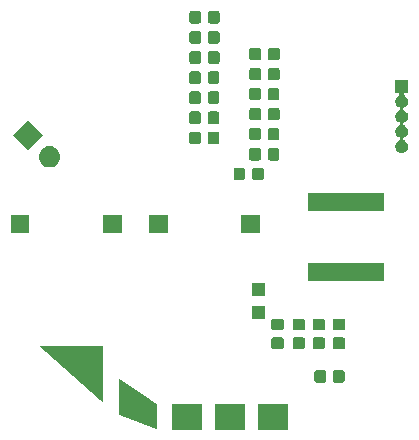
<source format=gbr>
G04 #@! TF.GenerationSoftware,KiCad,Pcbnew,5.1.4-1.fc30*
G04 #@! TF.CreationDate,2020-10-18T16:52:28+02:00*
G04 #@! TF.ProjectId,synchro2,73796e63-6872-46f3-922e-6b696361645f,rev?*
G04 #@! TF.SameCoordinates,Original*
G04 #@! TF.FileFunction,Soldermask,Top*
G04 #@! TF.FilePolarity,Negative*
%FSLAX46Y46*%
G04 Gerber Fmt 4.6, Leading zero omitted, Abs format (unit mm)*
G04 Created by KiCad (PCBNEW 5.1.4-1.fc30) date 2020-10-18 16:52:28*
%MOMM*%
%LPD*%
G04 APERTURE LIST*
%ADD10C,0.100000*%
G04 APERTURE END LIST*
D10*
G36*
X226100000Y-133650000D02*
G01*
X223650000Y-133650000D01*
X223650000Y-131500000D01*
X226100000Y-131500000D01*
X226100000Y-133650000D01*
G37*
X226100000Y-133650000D02*
X223650000Y-133650000D01*
X223650000Y-131500000D01*
X226100000Y-131500000D01*
X226100000Y-133650000D01*
G36*
X222450000Y-133650000D02*
G01*
X220000000Y-133650000D01*
X220000000Y-131500000D01*
X222450000Y-131500000D01*
X222450000Y-133650000D01*
G37*
X222450000Y-133650000D02*
X220000000Y-133650000D01*
X220000000Y-131500000D01*
X222450000Y-131500000D01*
X222450000Y-133650000D01*
G36*
X218800000Y-133650000D02*
G01*
X216350000Y-133650000D01*
X216350000Y-131500000D01*
X218800000Y-131500000D01*
X218800000Y-133650000D01*
G37*
X218800000Y-133650000D02*
X216350000Y-133650000D01*
X216350000Y-131500000D01*
X218800000Y-131500000D01*
X218800000Y-133650000D01*
G36*
X215050000Y-131550000D02*
G01*
X215050000Y-133550000D01*
X211850000Y-132400000D01*
X211850000Y-129400000D01*
X215050000Y-131550000D01*
G37*
X215050000Y-131550000D02*
X215050000Y-133550000D01*
X211850000Y-132400000D01*
X211850000Y-129400000D01*
X215050000Y-131550000D01*
G36*
X210450000Y-131250000D02*
G01*
X205200000Y-126600000D01*
X210450000Y-126600000D01*
X210450000Y-131250000D01*
G37*
X210450000Y-131250000D02*
X205200000Y-126600000D01*
X210450000Y-126600000D01*
X210450000Y-131250000D01*
G36*
X230829591Y-128678085D02*
G01*
X230863569Y-128688393D01*
X230894890Y-128705134D01*
X230922339Y-128727661D01*
X230944866Y-128755110D01*
X230961607Y-128786431D01*
X230971915Y-128820409D01*
X230976000Y-128861890D01*
X230976000Y-129538110D01*
X230971915Y-129579591D01*
X230961607Y-129613569D01*
X230944866Y-129644890D01*
X230922339Y-129672339D01*
X230894890Y-129694866D01*
X230863569Y-129711607D01*
X230829591Y-129721915D01*
X230788110Y-129726000D01*
X230186890Y-129726000D01*
X230145409Y-129721915D01*
X230111431Y-129711607D01*
X230080110Y-129694866D01*
X230052661Y-129672339D01*
X230030134Y-129644890D01*
X230013393Y-129613569D01*
X230003085Y-129579591D01*
X229999000Y-129538110D01*
X229999000Y-128861890D01*
X230003085Y-128820409D01*
X230013393Y-128786431D01*
X230030134Y-128755110D01*
X230052661Y-128727661D01*
X230080110Y-128705134D01*
X230111431Y-128688393D01*
X230145409Y-128678085D01*
X230186890Y-128674000D01*
X230788110Y-128674000D01*
X230829591Y-128678085D01*
X230829591Y-128678085D01*
G37*
G36*
X229254591Y-128678085D02*
G01*
X229288569Y-128688393D01*
X229319890Y-128705134D01*
X229347339Y-128727661D01*
X229369866Y-128755110D01*
X229386607Y-128786431D01*
X229396915Y-128820409D01*
X229401000Y-128861890D01*
X229401000Y-129538110D01*
X229396915Y-129579591D01*
X229386607Y-129613569D01*
X229369866Y-129644890D01*
X229347339Y-129672339D01*
X229319890Y-129694866D01*
X229288569Y-129711607D01*
X229254591Y-129721915D01*
X229213110Y-129726000D01*
X228611890Y-129726000D01*
X228570409Y-129721915D01*
X228536431Y-129711607D01*
X228505110Y-129694866D01*
X228477661Y-129672339D01*
X228455134Y-129644890D01*
X228438393Y-129613569D01*
X228428085Y-129579591D01*
X228424000Y-129538110D01*
X228424000Y-128861890D01*
X228428085Y-128820409D01*
X228438393Y-128786431D01*
X228455134Y-128755110D01*
X228477661Y-128727661D01*
X228505110Y-128705134D01*
X228536431Y-128688393D01*
X228570409Y-128678085D01*
X228611890Y-128674000D01*
X229213110Y-128674000D01*
X229254591Y-128678085D01*
X229254591Y-128678085D01*
G37*
G36*
X229179591Y-125903085D02*
G01*
X229213569Y-125913393D01*
X229244890Y-125930134D01*
X229272339Y-125952661D01*
X229294866Y-125980110D01*
X229311607Y-126011431D01*
X229321915Y-126045409D01*
X229326000Y-126086890D01*
X229326000Y-126688110D01*
X229321915Y-126729591D01*
X229311607Y-126763569D01*
X229294866Y-126794890D01*
X229272339Y-126822339D01*
X229244890Y-126844866D01*
X229213569Y-126861607D01*
X229179591Y-126871915D01*
X229138110Y-126876000D01*
X228461890Y-126876000D01*
X228420409Y-126871915D01*
X228386431Y-126861607D01*
X228355110Y-126844866D01*
X228327661Y-126822339D01*
X228305134Y-126794890D01*
X228288393Y-126763569D01*
X228278085Y-126729591D01*
X228274000Y-126688110D01*
X228274000Y-126086890D01*
X228278085Y-126045409D01*
X228288393Y-126011431D01*
X228305134Y-125980110D01*
X228327661Y-125952661D01*
X228355110Y-125930134D01*
X228386431Y-125913393D01*
X228420409Y-125903085D01*
X228461890Y-125899000D01*
X229138110Y-125899000D01*
X229179591Y-125903085D01*
X229179591Y-125903085D01*
G37*
G36*
X227479591Y-125903085D02*
G01*
X227513569Y-125913393D01*
X227544890Y-125930134D01*
X227572339Y-125952661D01*
X227594866Y-125980110D01*
X227611607Y-126011431D01*
X227621915Y-126045409D01*
X227626000Y-126086890D01*
X227626000Y-126688110D01*
X227621915Y-126729591D01*
X227611607Y-126763569D01*
X227594866Y-126794890D01*
X227572339Y-126822339D01*
X227544890Y-126844866D01*
X227513569Y-126861607D01*
X227479591Y-126871915D01*
X227438110Y-126876000D01*
X226761890Y-126876000D01*
X226720409Y-126871915D01*
X226686431Y-126861607D01*
X226655110Y-126844866D01*
X226627661Y-126822339D01*
X226605134Y-126794890D01*
X226588393Y-126763569D01*
X226578085Y-126729591D01*
X226574000Y-126688110D01*
X226574000Y-126086890D01*
X226578085Y-126045409D01*
X226588393Y-126011431D01*
X226605134Y-125980110D01*
X226627661Y-125952661D01*
X226655110Y-125930134D01*
X226686431Y-125913393D01*
X226720409Y-125903085D01*
X226761890Y-125899000D01*
X227438110Y-125899000D01*
X227479591Y-125903085D01*
X227479591Y-125903085D01*
G37*
G36*
X225679591Y-125903085D02*
G01*
X225713569Y-125913393D01*
X225744890Y-125930134D01*
X225772339Y-125952661D01*
X225794866Y-125980110D01*
X225811607Y-126011431D01*
X225821915Y-126045409D01*
X225826000Y-126086890D01*
X225826000Y-126688110D01*
X225821915Y-126729591D01*
X225811607Y-126763569D01*
X225794866Y-126794890D01*
X225772339Y-126822339D01*
X225744890Y-126844866D01*
X225713569Y-126861607D01*
X225679591Y-126871915D01*
X225638110Y-126876000D01*
X224961890Y-126876000D01*
X224920409Y-126871915D01*
X224886431Y-126861607D01*
X224855110Y-126844866D01*
X224827661Y-126822339D01*
X224805134Y-126794890D01*
X224788393Y-126763569D01*
X224778085Y-126729591D01*
X224774000Y-126688110D01*
X224774000Y-126086890D01*
X224778085Y-126045409D01*
X224788393Y-126011431D01*
X224805134Y-125980110D01*
X224827661Y-125952661D01*
X224855110Y-125930134D01*
X224886431Y-125913393D01*
X224920409Y-125903085D01*
X224961890Y-125899000D01*
X225638110Y-125899000D01*
X225679591Y-125903085D01*
X225679591Y-125903085D01*
G37*
G36*
X230879591Y-125903085D02*
G01*
X230913569Y-125913393D01*
X230944890Y-125930134D01*
X230972339Y-125952661D01*
X230994866Y-125980110D01*
X231011607Y-126011431D01*
X231021915Y-126045409D01*
X231026000Y-126086890D01*
X231026000Y-126688110D01*
X231021915Y-126729591D01*
X231011607Y-126763569D01*
X230994866Y-126794890D01*
X230972339Y-126822339D01*
X230944890Y-126844866D01*
X230913569Y-126861607D01*
X230879591Y-126871915D01*
X230838110Y-126876000D01*
X230161890Y-126876000D01*
X230120409Y-126871915D01*
X230086431Y-126861607D01*
X230055110Y-126844866D01*
X230027661Y-126822339D01*
X230005134Y-126794890D01*
X229988393Y-126763569D01*
X229978085Y-126729591D01*
X229974000Y-126688110D01*
X229974000Y-126086890D01*
X229978085Y-126045409D01*
X229988393Y-126011431D01*
X230005134Y-125980110D01*
X230027661Y-125952661D01*
X230055110Y-125930134D01*
X230086431Y-125913393D01*
X230120409Y-125903085D01*
X230161890Y-125899000D01*
X230838110Y-125899000D01*
X230879591Y-125903085D01*
X230879591Y-125903085D01*
G37*
G36*
X229179591Y-124328085D02*
G01*
X229213569Y-124338393D01*
X229244890Y-124355134D01*
X229272339Y-124377661D01*
X229294866Y-124405110D01*
X229311607Y-124436431D01*
X229321915Y-124470409D01*
X229326000Y-124511890D01*
X229326000Y-125113110D01*
X229321915Y-125154591D01*
X229311607Y-125188569D01*
X229294866Y-125219890D01*
X229272339Y-125247339D01*
X229244890Y-125269866D01*
X229213569Y-125286607D01*
X229179591Y-125296915D01*
X229138110Y-125301000D01*
X228461890Y-125301000D01*
X228420409Y-125296915D01*
X228386431Y-125286607D01*
X228355110Y-125269866D01*
X228327661Y-125247339D01*
X228305134Y-125219890D01*
X228288393Y-125188569D01*
X228278085Y-125154591D01*
X228274000Y-125113110D01*
X228274000Y-124511890D01*
X228278085Y-124470409D01*
X228288393Y-124436431D01*
X228305134Y-124405110D01*
X228327661Y-124377661D01*
X228355110Y-124355134D01*
X228386431Y-124338393D01*
X228420409Y-124328085D01*
X228461890Y-124324000D01*
X229138110Y-124324000D01*
X229179591Y-124328085D01*
X229179591Y-124328085D01*
G37*
G36*
X227479591Y-124328085D02*
G01*
X227513569Y-124338393D01*
X227544890Y-124355134D01*
X227572339Y-124377661D01*
X227594866Y-124405110D01*
X227611607Y-124436431D01*
X227621915Y-124470409D01*
X227626000Y-124511890D01*
X227626000Y-125113110D01*
X227621915Y-125154591D01*
X227611607Y-125188569D01*
X227594866Y-125219890D01*
X227572339Y-125247339D01*
X227544890Y-125269866D01*
X227513569Y-125286607D01*
X227479591Y-125296915D01*
X227438110Y-125301000D01*
X226761890Y-125301000D01*
X226720409Y-125296915D01*
X226686431Y-125286607D01*
X226655110Y-125269866D01*
X226627661Y-125247339D01*
X226605134Y-125219890D01*
X226588393Y-125188569D01*
X226578085Y-125154591D01*
X226574000Y-125113110D01*
X226574000Y-124511890D01*
X226578085Y-124470409D01*
X226588393Y-124436431D01*
X226605134Y-124405110D01*
X226627661Y-124377661D01*
X226655110Y-124355134D01*
X226686431Y-124338393D01*
X226720409Y-124328085D01*
X226761890Y-124324000D01*
X227438110Y-124324000D01*
X227479591Y-124328085D01*
X227479591Y-124328085D01*
G37*
G36*
X225679591Y-124328085D02*
G01*
X225713569Y-124338393D01*
X225744890Y-124355134D01*
X225772339Y-124377661D01*
X225794866Y-124405110D01*
X225811607Y-124436431D01*
X225821915Y-124470409D01*
X225826000Y-124511890D01*
X225826000Y-125113110D01*
X225821915Y-125154591D01*
X225811607Y-125188569D01*
X225794866Y-125219890D01*
X225772339Y-125247339D01*
X225744890Y-125269866D01*
X225713569Y-125286607D01*
X225679591Y-125296915D01*
X225638110Y-125301000D01*
X224961890Y-125301000D01*
X224920409Y-125296915D01*
X224886431Y-125286607D01*
X224855110Y-125269866D01*
X224827661Y-125247339D01*
X224805134Y-125219890D01*
X224788393Y-125188569D01*
X224778085Y-125154591D01*
X224774000Y-125113110D01*
X224774000Y-124511890D01*
X224778085Y-124470409D01*
X224788393Y-124436431D01*
X224805134Y-124405110D01*
X224827661Y-124377661D01*
X224855110Y-124355134D01*
X224886431Y-124338393D01*
X224920409Y-124328085D01*
X224961890Y-124324000D01*
X225638110Y-124324000D01*
X225679591Y-124328085D01*
X225679591Y-124328085D01*
G37*
G36*
X230879591Y-124328085D02*
G01*
X230913569Y-124338393D01*
X230944890Y-124355134D01*
X230972339Y-124377661D01*
X230994866Y-124405110D01*
X231011607Y-124436431D01*
X231021915Y-124470409D01*
X231026000Y-124511890D01*
X231026000Y-125113110D01*
X231021915Y-125154591D01*
X231011607Y-125188569D01*
X230994866Y-125219890D01*
X230972339Y-125247339D01*
X230944890Y-125269866D01*
X230913569Y-125286607D01*
X230879591Y-125296915D01*
X230838110Y-125301000D01*
X230161890Y-125301000D01*
X230120409Y-125296915D01*
X230086431Y-125286607D01*
X230055110Y-125269866D01*
X230027661Y-125247339D01*
X230005134Y-125219890D01*
X229988393Y-125188569D01*
X229978085Y-125154591D01*
X229974000Y-125113110D01*
X229974000Y-124511890D01*
X229978085Y-124470409D01*
X229988393Y-124436431D01*
X230005134Y-124405110D01*
X230027661Y-124377661D01*
X230055110Y-124355134D01*
X230086431Y-124338393D01*
X230120409Y-124328085D01*
X230161890Y-124324000D01*
X230838110Y-124324000D01*
X230879591Y-124328085D01*
X230879591Y-124328085D01*
G37*
G36*
X224201000Y-124311000D02*
G01*
X223099000Y-124311000D01*
X223099000Y-123209000D01*
X224201000Y-123209000D01*
X224201000Y-124311000D01*
X224201000Y-124311000D01*
G37*
G36*
X224201000Y-122411000D02*
G01*
X223099000Y-122411000D01*
X223099000Y-121309000D01*
X224201000Y-121309000D01*
X224201000Y-122411000D01*
X224201000Y-122411000D01*
G37*
G36*
X234301000Y-121126000D02*
G01*
X227899000Y-121126000D01*
X227899000Y-119574000D01*
X234301000Y-119574000D01*
X234301000Y-121126000D01*
X234301000Y-121126000D01*
G37*
G36*
X212101000Y-117101000D02*
G01*
X210499000Y-117101000D01*
X210499000Y-115499000D01*
X212101000Y-115499000D01*
X212101000Y-117101000D01*
X212101000Y-117101000D01*
G37*
G36*
X223801000Y-117101000D02*
G01*
X222199000Y-117101000D01*
X222199000Y-115499000D01*
X223801000Y-115499000D01*
X223801000Y-117101000D01*
X223801000Y-117101000D01*
G37*
G36*
X216001000Y-117101000D02*
G01*
X214399000Y-117101000D01*
X214399000Y-115499000D01*
X216001000Y-115499000D01*
X216001000Y-117101000D01*
X216001000Y-117101000D01*
G37*
G36*
X204301000Y-117101000D02*
G01*
X202699000Y-117101000D01*
X202699000Y-115499000D01*
X204301000Y-115499000D01*
X204301000Y-117101000D01*
X204301000Y-117101000D01*
G37*
G36*
X234301000Y-115226000D02*
G01*
X227899000Y-115226000D01*
X227899000Y-113674000D01*
X234301000Y-113674000D01*
X234301000Y-115226000D01*
X234301000Y-115226000D01*
G37*
G36*
X223979591Y-111528085D02*
G01*
X224013569Y-111538393D01*
X224044890Y-111555134D01*
X224072339Y-111577661D01*
X224094866Y-111605110D01*
X224111607Y-111636431D01*
X224121915Y-111670409D01*
X224126000Y-111711890D01*
X224126000Y-112388110D01*
X224121915Y-112429591D01*
X224111607Y-112463569D01*
X224094866Y-112494890D01*
X224072339Y-112522339D01*
X224044890Y-112544866D01*
X224013569Y-112561607D01*
X223979591Y-112571915D01*
X223938110Y-112576000D01*
X223336890Y-112576000D01*
X223295409Y-112571915D01*
X223261431Y-112561607D01*
X223230110Y-112544866D01*
X223202661Y-112522339D01*
X223180134Y-112494890D01*
X223163393Y-112463569D01*
X223153085Y-112429591D01*
X223149000Y-112388110D01*
X223149000Y-111711890D01*
X223153085Y-111670409D01*
X223163393Y-111636431D01*
X223180134Y-111605110D01*
X223202661Y-111577661D01*
X223230110Y-111555134D01*
X223261431Y-111538393D01*
X223295409Y-111528085D01*
X223336890Y-111524000D01*
X223938110Y-111524000D01*
X223979591Y-111528085D01*
X223979591Y-111528085D01*
G37*
G36*
X222404591Y-111528085D02*
G01*
X222438569Y-111538393D01*
X222469890Y-111555134D01*
X222497339Y-111577661D01*
X222519866Y-111605110D01*
X222536607Y-111636431D01*
X222546915Y-111670409D01*
X222551000Y-111711890D01*
X222551000Y-112388110D01*
X222546915Y-112429591D01*
X222536607Y-112463569D01*
X222519866Y-112494890D01*
X222497339Y-112522339D01*
X222469890Y-112544866D01*
X222438569Y-112561607D01*
X222404591Y-112571915D01*
X222363110Y-112576000D01*
X221761890Y-112576000D01*
X221720409Y-112571915D01*
X221686431Y-112561607D01*
X221655110Y-112544866D01*
X221627661Y-112522339D01*
X221605134Y-112494890D01*
X221588393Y-112463569D01*
X221578085Y-112429591D01*
X221574000Y-112388110D01*
X221574000Y-111711890D01*
X221578085Y-111670409D01*
X221588393Y-111636431D01*
X221605134Y-111605110D01*
X221627661Y-111577661D01*
X221655110Y-111555134D01*
X221686431Y-111538393D01*
X221720409Y-111528085D01*
X221761890Y-111524000D01*
X222363110Y-111524000D01*
X222404591Y-111528085D01*
X222404591Y-111528085D01*
G37*
G36*
X206106494Y-109701570D02*
G01*
X206172678Y-109708088D01*
X206342517Y-109759608D01*
X206499042Y-109843273D01*
X206534780Y-109872603D01*
X206636237Y-109955865D01*
X206692793Y-110024780D01*
X206748829Y-110093060D01*
X206832494Y-110249585D01*
X206884014Y-110419424D01*
X206901410Y-110596051D01*
X206884014Y-110772678D01*
X206832494Y-110942517D01*
X206748829Y-111099042D01*
X206719499Y-111134780D01*
X206636237Y-111236237D01*
X206534780Y-111319499D01*
X206499042Y-111348829D01*
X206342517Y-111432494D01*
X206172678Y-111484014D01*
X206106494Y-111490532D01*
X206040311Y-111497051D01*
X205951791Y-111497051D01*
X205885608Y-111490532D01*
X205819424Y-111484014D01*
X205649585Y-111432494D01*
X205493060Y-111348829D01*
X205457322Y-111319499D01*
X205355865Y-111236237D01*
X205272603Y-111134780D01*
X205243273Y-111099042D01*
X205159608Y-110942517D01*
X205108088Y-110772678D01*
X205090692Y-110596051D01*
X205108088Y-110419424D01*
X205159608Y-110249585D01*
X205243273Y-110093060D01*
X205299309Y-110024780D01*
X205355865Y-109955865D01*
X205457322Y-109872603D01*
X205493060Y-109843273D01*
X205649585Y-109759608D01*
X205819424Y-109708088D01*
X205885608Y-109701570D01*
X205951791Y-109695051D01*
X206040311Y-109695051D01*
X206106494Y-109701570D01*
X206106494Y-109701570D01*
G37*
G36*
X223742091Y-109878085D02*
G01*
X223776069Y-109888393D01*
X223807390Y-109905134D01*
X223834839Y-109927661D01*
X223857366Y-109955110D01*
X223874107Y-109986431D01*
X223884415Y-110020409D01*
X223888500Y-110061890D01*
X223888500Y-110738110D01*
X223884415Y-110779591D01*
X223874107Y-110813569D01*
X223857366Y-110844890D01*
X223834839Y-110872339D01*
X223807390Y-110894866D01*
X223776069Y-110911607D01*
X223742091Y-110921915D01*
X223700610Y-110926000D01*
X223099390Y-110926000D01*
X223057909Y-110921915D01*
X223023931Y-110911607D01*
X222992610Y-110894866D01*
X222965161Y-110872339D01*
X222942634Y-110844890D01*
X222925893Y-110813569D01*
X222915585Y-110779591D01*
X222911500Y-110738110D01*
X222911500Y-110061890D01*
X222915585Y-110020409D01*
X222925893Y-109986431D01*
X222942634Y-109955110D01*
X222965161Y-109927661D01*
X222992610Y-109905134D01*
X223023931Y-109888393D01*
X223057909Y-109878085D01*
X223099390Y-109874000D01*
X223700610Y-109874000D01*
X223742091Y-109878085D01*
X223742091Y-109878085D01*
G37*
G36*
X225317091Y-109878085D02*
G01*
X225351069Y-109888393D01*
X225382390Y-109905134D01*
X225409839Y-109927661D01*
X225432366Y-109955110D01*
X225449107Y-109986431D01*
X225459415Y-110020409D01*
X225463500Y-110061890D01*
X225463500Y-110738110D01*
X225459415Y-110779591D01*
X225449107Y-110813569D01*
X225432366Y-110844890D01*
X225409839Y-110872339D01*
X225382390Y-110894866D01*
X225351069Y-110911607D01*
X225317091Y-110921915D01*
X225275610Y-110926000D01*
X224674390Y-110926000D01*
X224632909Y-110921915D01*
X224598931Y-110911607D01*
X224567610Y-110894866D01*
X224540161Y-110872339D01*
X224517634Y-110844890D01*
X224500893Y-110813569D01*
X224490585Y-110779591D01*
X224486500Y-110738110D01*
X224486500Y-110061890D01*
X224490585Y-110020409D01*
X224500893Y-109986431D01*
X224517634Y-109955110D01*
X224540161Y-109927661D01*
X224567610Y-109905134D01*
X224598931Y-109888393D01*
X224632909Y-109878085D01*
X224674390Y-109874000D01*
X225275610Y-109874000D01*
X225317091Y-109878085D01*
X225317091Y-109878085D01*
G37*
G36*
X236371000Y-105181000D02*
G01*
X236142735Y-105181000D01*
X236118349Y-105183402D01*
X236094900Y-105190515D01*
X236073289Y-105202066D01*
X236054347Y-105217611D01*
X236038802Y-105236553D01*
X236027251Y-105258164D01*
X236020138Y-105281613D01*
X236017736Y-105305999D01*
X236020138Y-105330385D01*
X236027251Y-105353834D01*
X236038802Y-105375445D01*
X236054347Y-105394387D01*
X236073289Y-105409932D01*
X236083802Y-105416233D01*
X236127600Y-105439644D01*
X236127602Y-105439645D01*
X236127601Y-105439645D01*
X236211501Y-105508499D01*
X236280357Y-105592400D01*
X236300134Y-105629401D01*
X236331521Y-105688121D01*
X236363027Y-105791985D01*
X236373666Y-105900000D01*
X236363027Y-106008015D01*
X236331521Y-106111879D01*
X236323973Y-106126000D01*
X236280357Y-106207600D01*
X236211501Y-106291501D01*
X236127600Y-106360357D01*
X236059055Y-106396995D01*
X236031879Y-106411521D01*
X236019131Y-106415388D01*
X235996504Y-106424760D01*
X235976130Y-106438374D01*
X235958803Y-106455701D01*
X235945189Y-106476075D01*
X235935812Y-106498714D01*
X235931031Y-106522747D01*
X235931031Y-106547251D01*
X235935811Y-106571285D01*
X235945188Y-106593924D01*
X235958802Y-106614298D01*
X235976129Y-106631625D01*
X235996503Y-106645239D01*
X236019131Y-106654612D01*
X236031879Y-106658479D01*
X236038260Y-106661890D01*
X236127600Y-106709643D01*
X236211501Y-106778499D01*
X236280357Y-106862400D01*
X236316995Y-106930945D01*
X236331521Y-106958121D01*
X236363027Y-107061985D01*
X236373666Y-107170000D01*
X236363027Y-107278015D01*
X236331521Y-107381879D01*
X236331519Y-107381882D01*
X236280357Y-107477600D01*
X236211501Y-107561501D01*
X236127600Y-107630357D01*
X236059055Y-107666995D01*
X236031879Y-107681521D01*
X236019131Y-107685388D01*
X235996504Y-107694760D01*
X235976130Y-107708374D01*
X235958803Y-107725701D01*
X235945189Y-107746075D01*
X235935812Y-107768714D01*
X235931031Y-107792747D01*
X235931031Y-107817251D01*
X235935811Y-107841285D01*
X235945188Y-107863924D01*
X235958802Y-107884298D01*
X235976129Y-107901625D01*
X235996503Y-107915239D01*
X236019131Y-107924612D01*
X236031879Y-107928479D01*
X236059055Y-107943005D01*
X236127600Y-107979643D01*
X236211501Y-108048499D01*
X236280357Y-108132400D01*
X236304776Y-108178085D01*
X236331521Y-108228121D01*
X236363027Y-108331985D01*
X236373666Y-108440000D01*
X236363027Y-108548015D01*
X236331521Y-108651879D01*
X236331519Y-108651882D01*
X236280357Y-108747600D01*
X236211501Y-108831501D01*
X236127600Y-108900357D01*
X236059055Y-108936995D01*
X236031879Y-108951521D01*
X236019131Y-108955388D01*
X235996504Y-108964760D01*
X235976130Y-108978374D01*
X235958803Y-108995701D01*
X235945189Y-109016075D01*
X235935812Y-109038714D01*
X235931031Y-109062747D01*
X235931031Y-109087251D01*
X235935811Y-109111285D01*
X235945188Y-109133924D01*
X235958802Y-109154298D01*
X235976129Y-109171625D01*
X235996503Y-109185239D01*
X236019131Y-109194612D01*
X236031879Y-109198479D01*
X236056439Y-109211607D01*
X236127600Y-109249643D01*
X236211501Y-109318499D01*
X236280357Y-109402400D01*
X236303068Y-109444890D01*
X236331521Y-109498121D01*
X236363027Y-109601985D01*
X236373666Y-109710000D01*
X236363027Y-109818015D01*
X236331521Y-109921879D01*
X236331519Y-109921882D01*
X236280357Y-110017600D01*
X236211501Y-110101501D01*
X236127600Y-110170357D01*
X236059055Y-110206995D01*
X236031879Y-110221521D01*
X235928015Y-110253027D01*
X235847067Y-110261000D01*
X235792933Y-110261000D01*
X235711985Y-110253027D01*
X235608121Y-110221521D01*
X235580945Y-110206995D01*
X235512400Y-110170357D01*
X235428499Y-110101501D01*
X235359643Y-110017600D01*
X235308481Y-109921882D01*
X235308479Y-109921879D01*
X235276973Y-109818015D01*
X235266334Y-109710000D01*
X235276973Y-109601985D01*
X235308479Y-109498121D01*
X235336932Y-109444890D01*
X235359643Y-109402400D01*
X235428499Y-109318499D01*
X235512400Y-109249643D01*
X235583561Y-109211607D01*
X235608121Y-109198479D01*
X235620869Y-109194612D01*
X235643496Y-109185240D01*
X235663870Y-109171626D01*
X235681197Y-109154299D01*
X235694811Y-109133925D01*
X235704188Y-109111286D01*
X235708969Y-109087253D01*
X235708969Y-109062749D01*
X235704189Y-109038715D01*
X235694812Y-109016076D01*
X235681198Y-108995702D01*
X235663871Y-108978375D01*
X235643497Y-108964761D01*
X235620869Y-108955388D01*
X235608121Y-108951521D01*
X235580945Y-108936995D01*
X235512400Y-108900357D01*
X235428499Y-108831501D01*
X235359643Y-108747600D01*
X235308481Y-108651882D01*
X235308479Y-108651879D01*
X235276973Y-108548015D01*
X235266334Y-108440000D01*
X235276973Y-108331985D01*
X235308479Y-108228121D01*
X235335224Y-108178085D01*
X235359643Y-108132400D01*
X235428499Y-108048499D01*
X235512400Y-107979643D01*
X235580945Y-107943005D01*
X235608121Y-107928479D01*
X235620869Y-107924612D01*
X235643496Y-107915240D01*
X235663870Y-107901626D01*
X235681197Y-107884299D01*
X235694811Y-107863925D01*
X235704188Y-107841286D01*
X235708969Y-107817253D01*
X235708969Y-107792749D01*
X235704189Y-107768715D01*
X235694812Y-107746076D01*
X235681198Y-107725702D01*
X235663871Y-107708375D01*
X235643497Y-107694761D01*
X235620869Y-107685388D01*
X235608121Y-107681521D01*
X235580945Y-107666995D01*
X235512400Y-107630357D01*
X235428499Y-107561501D01*
X235359643Y-107477600D01*
X235308481Y-107381882D01*
X235308479Y-107381879D01*
X235276973Y-107278015D01*
X235266334Y-107170000D01*
X235276973Y-107061985D01*
X235308479Y-106958121D01*
X235323005Y-106930945D01*
X235359643Y-106862400D01*
X235428499Y-106778499D01*
X235512400Y-106709643D01*
X235601740Y-106661890D01*
X235608121Y-106658479D01*
X235620869Y-106654612D01*
X235643496Y-106645240D01*
X235663870Y-106631626D01*
X235681197Y-106614299D01*
X235694811Y-106593925D01*
X235704188Y-106571286D01*
X235708969Y-106547253D01*
X235708969Y-106522749D01*
X235704189Y-106498715D01*
X235694812Y-106476076D01*
X235681198Y-106455702D01*
X235663871Y-106438375D01*
X235643497Y-106424761D01*
X235620869Y-106415388D01*
X235608121Y-106411521D01*
X235580945Y-106396995D01*
X235512400Y-106360357D01*
X235428499Y-106291501D01*
X235359643Y-106207600D01*
X235316027Y-106126000D01*
X235308479Y-106111879D01*
X235276973Y-106008015D01*
X235266334Y-105900000D01*
X235276973Y-105791985D01*
X235308479Y-105688121D01*
X235339866Y-105629401D01*
X235359643Y-105592400D01*
X235428499Y-105508499D01*
X235512399Y-105439645D01*
X235512398Y-105439645D01*
X235512400Y-105439644D01*
X235556193Y-105416236D01*
X235576563Y-105402625D01*
X235593890Y-105385298D01*
X235607504Y-105364924D01*
X235616881Y-105342285D01*
X235621662Y-105318252D01*
X235621662Y-105293748D01*
X235616882Y-105269714D01*
X235607505Y-105247076D01*
X235593891Y-105226701D01*
X235576564Y-105209374D01*
X235556190Y-105195760D01*
X235533551Y-105186383D01*
X235509518Y-105181602D01*
X235497265Y-105181000D01*
X235269000Y-105181000D01*
X235269000Y-104079000D01*
X236371000Y-104079000D01*
X236371000Y-105181000D01*
X236371000Y-105181000D01*
G37*
G36*
X205474206Y-108800000D02*
G01*
X204200000Y-110074206D01*
X202925794Y-108800000D01*
X204200000Y-107525794D01*
X205474206Y-108800000D01*
X205474206Y-108800000D01*
G37*
G36*
X220229591Y-108478085D02*
G01*
X220263569Y-108488393D01*
X220294890Y-108505134D01*
X220322339Y-108527661D01*
X220344866Y-108555110D01*
X220361607Y-108586431D01*
X220371915Y-108620409D01*
X220376000Y-108661890D01*
X220376000Y-109338110D01*
X220371915Y-109379591D01*
X220361607Y-109413569D01*
X220344866Y-109444890D01*
X220322339Y-109472339D01*
X220294890Y-109494866D01*
X220263569Y-109511607D01*
X220229591Y-109521915D01*
X220188110Y-109526000D01*
X219586890Y-109526000D01*
X219545409Y-109521915D01*
X219511431Y-109511607D01*
X219480110Y-109494866D01*
X219452661Y-109472339D01*
X219430134Y-109444890D01*
X219413393Y-109413569D01*
X219403085Y-109379591D01*
X219399000Y-109338110D01*
X219399000Y-108661890D01*
X219403085Y-108620409D01*
X219413393Y-108586431D01*
X219430134Y-108555110D01*
X219452661Y-108527661D01*
X219480110Y-108505134D01*
X219511431Y-108488393D01*
X219545409Y-108478085D01*
X219586890Y-108474000D01*
X220188110Y-108474000D01*
X220229591Y-108478085D01*
X220229591Y-108478085D01*
G37*
G36*
X218654591Y-108478085D02*
G01*
X218688569Y-108488393D01*
X218719890Y-108505134D01*
X218747339Y-108527661D01*
X218769866Y-108555110D01*
X218786607Y-108586431D01*
X218796915Y-108620409D01*
X218801000Y-108661890D01*
X218801000Y-109338110D01*
X218796915Y-109379591D01*
X218786607Y-109413569D01*
X218769866Y-109444890D01*
X218747339Y-109472339D01*
X218719890Y-109494866D01*
X218688569Y-109511607D01*
X218654591Y-109521915D01*
X218613110Y-109526000D01*
X218011890Y-109526000D01*
X217970409Y-109521915D01*
X217936431Y-109511607D01*
X217905110Y-109494866D01*
X217877661Y-109472339D01*
X217855134Y-109444890D01*
X217838393Y-109413569D01*
X217828085Y-109379591D01*
X217824000Y-109338110D01*
X217824000Y-108661890D01*
X217828085Y-108620409D01*
X217838393Y-108586431D01*
X217855134Y-108555110D01*
X217877661Y-108527661D01*
X217905110Y-108505134D01*
X217936431Y-108488393D01*
X217970409Y-108478085D01*
X218011890Y-108474000D01*
X218613110Y-108474000D01*
X218654591Y-108478085D01*
X218654591Y-108478085D01*
G37*
G36*
X225317091Y-108178085D02*
G01*
X225351069Y-108188393D01*
X225382390Y-108205134D01*
X225409839Y-108227661D01*
X225432366Y-108255110D01*
X225449107Y-108286431D01*
X225459415Y-108320409D01*
X225463500Y-108361890D01*
X225463500Y-109038110D01*
X225459415Y-109079591D01*
X225449107Y-109113569D01*
X225432366Y-109144890D01*
X225409839Y-109172339D01*
X225382390Y-109194866D01*
X225351069Y-109211607D01*
X225317091Y-109221915D01*
X225275610Y-109226000D01*
X224674390Y-109226000D01*
X224632909Y-109221915D01*
X224598931Y-109211607D01*
X224567610Y-109194866D01*
X224540161Y-109172339D01*
X224517634Y-109144890D01*
X224500893Y-109113569D01*
X224490585Y-109079591D01*
X224486500Y-109038110D01*
X224486500Y-108361890D01*
X224490585Y-108320409D01*
X224500893Y-108286431D01*
X224517634Y-108255110D01*
X224540161Y-108227661D01*
X224567610Y-108205134D01*
X224598931Y-108188393D01*
X224632909Y-108178085D01*
X224674390Y-108174000D01*
X225275610Y-108174000D01*
X225317091Y-108178085D01*
X225317091Y-108178085D01*
G37*
G36*
X223742091Y-108178085D02*
G01*
X223776069Y-108188393D01*
X223807390Y-108205134D01*
X223834839Y-108227661D01*
X223857366Y-108255110D01*
X223874107Y-108286431D01*
X223884415Y-108320409D01*
X223888500Y-108361890D01*
X223888500Y-109038110D01*
X223884415Y-109079591D01*
X223874107Y-109113569D01*
X223857366Y-109144890D01*
X223834839Y-109172339D01*
X223807390Y-109194866D01*
X223776069Y-109211607D01*
X223742091Y-109221915D01*
X223700610Y-109226000D01*
X223099390Y-109226000D01*
X223057909Y-109221915D01*
X223023931Y-109211607D01*
X222992610Y-109194866D01*
X222965161Y-109172339D01*
X222942634Y-109144890D01*
X222925893Y-109113569D01*
X222915585Y-109079591D01*
X222911500Y-109038110D01*
X222911500Y-108361890D01*
X222915585Y-108320409D01*
X222925893Y-108286431D01*
X222942634Y-108255110D01*
X222965161Y-108227661D01*
X222992610Y-108205134D01*
X223023931Y-108188393D01*
X223057909Y-108178085D01*
X223099390Y-108174000D01*
X223700610Y-108174000D01*
X223742091Y-108178085D01*
X223742091Y-108178085D01*
G37*
G36*
X218654591Y-106778085D02*
G01*
X218688569Y-106788393D01*
X218719890Y-106805134D01*
X218747339Y-106827661D01*
X218769866Y-106855110D01*
X218786607Y-106886431D01*
X218796915Y-106920409D01*
X218801000Y-106961890D01*
X218801000Y-107638110D01*
X218796915Y-107679591D01*
X218786607Y-107713569D01*
X218769866Y-107744890D01*
X218747339Y-107772339D01*
X218719890Y-107794866D01*
X218688569Y-107811607D01*
X218654591Y-107821915D01*
X218613110Y-107826000D01*
X218011890Y-107826000D01*
X217970409Y-107821915D01*
X217936431Y-107811607D01*
X217905110Y-107794866D01*
X217877661Y-107772339D01*
X217855134Y-107744890D01*
X217838393Y-107713569D01*
X217828085Y-107679591D01*
X217824000Y-107638110D01*
X217824000Y-106961890D01*
X217828085Y-106920409D01*
X217838393Y-106886431D01*
X217855134Y-106855110D01*
X217877661Y-106827661D01*
X217905110Y-106805134D01*
X217936431Y-106788393D01*
X217970409Y-106778085D01*
X218011890Y-106774000D01*
X218613110Y-106774000D01*
X218654591Y-106778085D01*
X218654591Y-106778085D01*
G37*
G36*
X220229591Y-106778085D02*
G01*
X220263569Y-106788393D01*
X220294890Y-106805134D01*
X220322339Y-106827661D01*
X220344866Y-106855110D01*
X220361607Y-106886431D01*
X220371915Y-106920409D01*
X220376000Y-106961890D01*
X220376000Y-107638110D01*
X220371915Y-107679591D01*
X220361607Y-107713569D01*
X220344866Y-107744890D01*
X220322339Y-107772339D01*
X220294890Y-107794866D01*
X220263569Y-107811607D01*
X220229591Y-107821915D01*
X220188110Y-107826000D01*
X219586890Y-107826000D01*
X219545409Y-107821915D01*
X219511431Y-107811607D01*
X219480110Y-107794866D01*
X219452661Y-107772339D01*
X219430134Y-107744890D01*
X219413393Y-107713569D01*
X219403085Y-107679591D01*
X219399000Y-107638110D01*
X219399000Y-106961890D01*
X219403085Y-106920409D01*
X219413393Y-106886431D01*
X219430134Y-106855110D01*
X219452661Y-106827661D01*
X219480110Y-106805134D01*
X219511431Y-106788393D01*
X219545409Y-106778085D01*
X219586890Y-106774000D01*
X220188110Y-106774000D01*
X220229591Y-106778085D01*
X220229591Y-106778085D01*
G37*
G36*
X223754591Y-106478085D02*
G01*
X223788569Y-106488393D01*
X223819890Y-106505134D01*
X223847339Y-106527661D01*
X223869866Y-106555110D01*
X223886607Y-106586431D01*
X223896915Y-106620409D01*
X223901000Y-106661890D01*
X223901000Y-107338110D01*
X223896915Y-107379591D01*
X223886607Y-107413569D01*
X223869866Y-107444890D01*
X223847339Y-107472339D01*
X223819890Y-107494866D01*
X223788569Y-107511607D01*
X223754591Y-107521915D01*
X223713110Y-107526000D01*
X223111890Y-107526000D01*
X223070409Y-107521915D01*
X223036431Y-107511607D01*
X223005110Y-107494866D01*
X222977661Y-107472339D01*
X222955134Y-107444890D01*
X222938393Y-107413569D01*
X222928085Y-107379591D01*
X222924000Y-107338110D01*
X222924000Y-106661890D01*
X222928085Y-106620409D01*
X222938393Y-106586431D01*
X222955134Y-106555110D01*
X222977661Y-106527661D01*
X223005110Y-106505134D01*
X223036431Y-106488393D01*
X223070409Y-106478085D01*
X223111890Y-106474000D01*
X223713110Y-106474000D01*
X223754591Y-106478085D01*
X223754591Y-106478085D01*
G37*
G36*
X225329591Y-106478085D02*
G01*
X225363569Y-106488393D01*
X225394890Y-106505134D01*
X225422339Y-106527661D01*
X225444866Y-106555110D01*
X225461607Y-106586431D01*
X225471915Y-106620409D01*
X225476000Y-106661890D01*
X225476000Y-107338110D01*
X225471915Y-107379591D01*
X225461607Y-107413569D01*
X225444866Y-107444890D01*
X225422339Y-107472339D01*
X225394890Y-107494866D01*
X225363569Y-107511607D01*
X225329591Y-107521915D01*
X225288110Y-107526000D01*
X224686890Y-107526000D01*
X224645409Y-107521915D01*
X224611431Y-107511607D01*
X224580110Y-107494866D01*
X224552661Y-107472339D01*
X224530134Y-107444890D01*
X224513393Y-107413569D01*
X224503085Y-107379591D01*
X224499000Y-107338110D01*
X224499000Y-106661890D01*
X224503085Y-106620409D01*
X224513393Y-106586431D01*
X224530134Y-106555110D01*
X224552661Y-106527661D01*
X224580110Y-106505134D01*
X224611431Y-106488393D01*
X224645409Y-106478085D01*
X224686890Y-106474000D01*
X225288110Y-106474000D01*
X225329591Y-106478085D01*
X225329591Y-106478085D01*
G37*
G36*
X218654591Y-105078085D02*
G01*
X218688569Y-105088393D01*
X218719890Y-105105134D01*
X218747339Y-105127661D01*
X218769866Y-105155110D01*
X218786607Y-105186431D01*
X218796915Y-105220409D01*
X218801000Y-105261890D01*
X218801000Y-105938110D01*
X218796915Y-105979591D01*
X218786607Y-106013569D01*
X218769866Y-106044890D01*
X218747339Y-106072339D01*
X218719890Y-106094866D01*
X218688569Y-106111607D01*
X218654591Y-106121915D01*
X218613110Y-106126000D01*
X218011890Y-106126000D01*
X217970409Y-106121915D01*
X217936431Y-106111607D01*
X217905110Y-106094866D01*
X217877661Y-106072339D01*
X217855134Y-106044890D01*
X217838393Y-106013569D01*
X217828085Y-105979591D01*
X217824000Y-105938110D01*
X217824000Y-105261890D01*
X217828085Y-105220409D01*
X217838393Y-105186431D01*
X217855134Y-105155110D01*
X217877661Y-105127661D01*
X217905110Y-105105134D01*
X217936431Y-105088393D01*
X217970409Y-105078085D01*
X218011890Y-105074000D01*
X218613110Y-105074000D01*
X218654591Y-105078085D01*
X218654591Y-105078085D01*
G37*
G36*
X220229591Y-105078085D02*
G01*
X220263569Y-105088393D01*
X220294890Y-105105134D01*
X220322339Y-105127661D01*
X220344866Y-105155110D01*
X220361607Y-105186431D01*
X220371915Y-105220409D01*
X220376000Y-105261890D01*
X220376000Y-105938110D01*
X220371915Y-105979591D01*
X220361607Y-106013569D01*
X220344866Y-106044890D01*
X220322339Y-106072339D01*
X220294890Y-106094866D01*
X220263569Y-106111607D01*
X220229591Y-106121915D01*
X220188110Y-106126000D01*
X219586890Y-106126000D01*
X219545409Y-106121915D01*
X219511431Y-106111607D01*
X219480110Y-106094866D01*
X219452661Y-106072339D01*
X219430134Y-106044890D01*
X219413393Y-106013569D01*
X219403085Y-105979591D01*
X219399000Y-105938110D01*
X219399000Y-105261890D01*
X219403085Y-105220409D01*
X219413393Y-105186431D01*
X219430134Y-105155110D01*
X219452661Y-105127661D01*
X219480110Y-105105134D01*
X219511431Y-105088393D01*
X219545409Y-105078085D01*
X219586890Y-105074000D01*
X220188110Y-105074000D01*
X220229591Y-105078085D01*
X220229591Y-105078085D01*
G37*
G36*
X225317091Y-104778085D02*
G01*
X225351069Y-104788393D01*
X225382390Y-104805134D01*
X225409839Y-104827661D01*
X225432366Y-104855110D01*
X225449107Y-104886431D01*
X225459415Y-104920409D01*
X225463500Y-104961890D01*
X225463500Y-105638110D01*
X225459415Y-105679591D01*
X225449107Y-105713569D01*
X225432366Y-105744890D01*
X225409839Y-105772339D01*
X225382390Y-105794866D01*
X225351069Y-105811607D01*
X225317091Y-105821915D01*
X225275610Y-105826000D01*
X224674390Y-105826000D01*
X224632909Y-105821915D01*
X224598931Y-105811607D01*
X224567610Y-105794866D01*
X224540161Y-105772339D01*
X224517634Y-105744890D01*
X224500893Y-105713569D01*
X224490585Y-105679591D01*
X224486500Y-105638110D01*
X224486500Y-104961890D01*
X224490585Y-104920409D01*
X224500893Y-104886431D01*
X224517634Y-104855110D01*
X224540161Y-104827661D01*
X224567610Y-104805134D01*
X224598931Y-104788393D01*
X224632909Y-104778085D01*
X224674390Y-104774000D01*
X225275610Y-104774000D01*
X225317091Y-104778085D01*
X225317091Y-104778085D01*
G37*
G36*
X223742091Y-104778085D02*
G01*
X223776069Y-104788393D01*
X223807390Y-104805134D01*
X223834839Y-104827661D01*
X223857366Y-104855110D01*
X223874107Y-104886431D01*
X223884415Y-104920409D01*
X223888500Y-104961890D01*
X223888500Y-105638110D01*
X223884415Y-105679591D01*
X223874107Y-105713569D01*
X223857366Y-105744890D01*
X223834839Y-105772339D01*
X223807390Y-105794866D01*
X223776069Y-105811607D01*
X223742091Y-105821915D01*
X223700610Y-105826000D01*
X223099390Y-105826000D01*
X223057909Y-105821915D01*
X223023931Y-105811607D01*
X222992610Y-105794866D01*
X222965161Y-105772339D01*
X222942634Y-105744890D01*
X222925893Y-105713569D01*
X222915585Y-105679591D01*
X222911500Y-105638110D01*
X222911500Y-104961890D01*
X222915585Y-104920409D01*
X222925893Y-104886431D01*
X222942634Y-104855110D01*
X222965161Y-104827661D01*
X222992610Y-104805134D01*
X223023931Y-104788393D01*
X223057909Y-104778085D01*
X223099390Y-104774000D01*
X223700610Y-104774000D01*
X223742091Y-104778085D01*
X223742091Y-104778085D01*
G37*
G36*
X220229591Y-103378085D02*
G01*
X220263569Y-103388393D01*
X220294890Y-103405134D01*
X220322339Y-103427661D01*
X220344866Y-103455110D01*
X220361607Y-103486431D01*
X220371915Y-103520409D01*
X220376000Y-103561890D01*
X220376000Y-104238110D01*
X220371915Y-104279591D01*
X220361607Y-104313569D01*
X220344866Y-104344890D01*
X220322339Y-104372339D01*
X220294890Y-104394866D01*
X220263569Y-104411607D01*
X220229591Y-104421915D01*
X220188110Y-104426000D01*
X219586890Y-104426000D01*
X219545409Y-104421915D01*
X219511431Y-104411607D01*
X219480110Y-104394866D01*
X219452661Y-104372339D01*
X219430134Y-104344890D01*
X219413393Y-104313569D01*
X219403085Y-104279591D01*
X219399000Y-104238110D01*
X219399000Y-103561890D01*
X219403085Y-103520409D01*
X219413393Y-103486431D01*
X219430134Y-103455110D01*
X219452661Y-103427661D01*
X219480110Y-103405134D01*
X219511431Y-103388393D01*
X219545409Y-103378085D01*
X219586890Y-103374000D01*
X220188110Y-103374000D01*
X220229591Y-103378085D01*
X220229591Y-103378085D01*
G37*
G36*
X218654591Y-103378085D02*
G01*
X218688569Y-103388393D01*
X218719890Y-103405134D01*
X218747339Y-103427661D01*
X218769866Y-103455110D01*
X218786607Y-103486431D01*
X218796915Y-103520409D01*
X218801000Y-103561890D01*
X218801000Y-104238110D01*
X218796915Y-104279591D01*
X218786607Y-104313569D01*
X218769866Y-104344890D01*
X218747339Y-104372339D01*
X218719890Y-104394866D01*
X218688569Y-104411607D01*
X218654591Y-104421915D01*
X218613110Y-104426000D01*
X218011890Y-104426000D01*
X217970409Y-104421915D01*
X217936431Y-104411607D01*
X217905110Y-104394866D01*
X217877661Y-104372339D01*
X217855134Y-104344890D01*
X217838393Y-104313569D01*
X217828085Y-104279591D01*
X217824000Y-104238110D01*
X217824000Y-103561890D01*
X217828085Y-103520409D01*
X217838393Y-103486431D01*
X217855134Y-103455110D01*
X217877661Y-103427661D01*
X217905110Y-103405134D01*
X217936431Y-103388393D01*
X217970409Y-103378085D01*
X218011890Y-103374000D01*
X218613110Y-103374000D01*
X218654591Y-103378085D01*
X218654591Y-103378085D01*
G37*
G36*
X223754591Y-103078085D02*
G01*
X223788569Y-103088393D01*
X223819890Y-103105134D01*
X223847339Y-103127661D01*
X223869866Y-103155110D01*
X223886607Y-103186431D01*
X223896915Y-103220409D01*
X223901000Y-103261890D01*
X223901000Y-103938110D01*
X223896915Y-103979591D01*
X223886607Y-104013569D01*
X223869866Y-104044890D01*
X223847339Y-104072339D01*
X223819890Y-104094866D01*
X223788569Y-104111607D01*
X223754591Y-104121915D01*
X223713110Y-104126000D01*
X223111890Y-104126000D01*
X223070409Y-104121915D01*
X223036431Y-104111607D01*
X223005110Y-104094866D01*
X222977661Y-104072339D01*
X222955134Y-104044890D01*
X222938393Y-104013569D01*
X222928085Y-103979591D01*
X222924000Y-103938110D01*
X222924000Y-103261890D01*
X222928085Y-103220409D01*
X222938393Y-103186431D01*
X222955134Y-103155110D01*
X222977661Y-103127661D01*
X223005110Y-103105134D01*
X223036431Y-103088393D01*
X223070409Y-103078085D01*
X223111890Y-103074000D01*
X223713110Y-103074000D01*
X223754591Y-103078085D01*
X223754591Y-103078085D01*
G37*
G36*
X225329591Y-103078085D02*
G01*
X225363569Y-103088393D01*
X225394890Y-103105134D01*
X225422339Y-103127661D01*
X225444866Y-103155110D01*
X225461607Y-103186431D01*
X225471915Y-103220409D01*
X225476000Y-103261890D01*
X225476000Y-103938110D01*
X225471915Y-103979591D01*
X225461607Y-104013569D01*
X225444866Y-104044890D01*
X225422339Y-104072339D01*
X225394890Y-104094866D01*
X225363569Y-104111607D01*
X225329591Y-104121915D01*
X225288110Y-104126000D01*
X224686890Y-104126000D01*
X224645409Y-104121915D01*
X224611431Y-104111607D01*
X224580110Y-104094866D01*
X224552661Y-104072339D01*
X224530134Y-104044890D01*
X224513393Y-104013569D01*
X224503085Y-103979591D01*
X224499000Y-103938110D01*
X224499000Y-103261890D01*
X224503085Y-103220409D01*
X224513393Y-103186431D01*
X224530134Y-103155110D01*
X224552661Y-103127661D01*
X224580110Y-103105134D01*
X224611431Y-103088393D01*
X224645409Y-103078085D01*
X224686890Y-103074000D01*
X225288110Y-103074000D01*
X225329591Y-103078085D01*
X225329591Y-103078085D01*
G37*
G36*
X218667091Y-101678085D02*
G01*
X218701069Y-101688393D01*
X218732390Y-101705134D01*
X218759839Y-101727661D01*
X218782366Y-101755110D01*
X218799107Y-101786431D01*
X218809415Y-101820409D01*
X218813500Y-101861890D01*
X218813500Y-102538110D01*
X218809415Y-102579591D01*
X218799107Y-102613569D01*
X218782366Y-102644890D01*
X218759839Y-102672339D01*
X218732390Y-102694866D01*
X218701069Y-102711607D01*
X218667091Y-102721915D01*
X218625610Y-102726000D01*
X218024390Y-102726000D01*
X217982909Y-102721915D01*
X217948931Y-102711607D01*
X217917610Y-102694866D01*
X217890161Y-102672339D01*
X217867634Y-102644890D01*
X217850893Y-102613569D01*
X217840585Y-102579591D01*
X217836500Y-102538110D01*
X217836500Y-101861890D01*
X217840585Y-101820409D01*
X217850893Y-101786431D01*
X217867634Y-101755110D01*
X217890161Y-101727661D01*
X217917610Y-101705134D01*
X217948931Y-101688393D01*
X217982909Y-101678085D01*
X218024390Y-101674000D01*
X218625610Y-101674000D01*
X218667091Y-101678085D01*
X218667091Y-101678085D01*
G37*
G36*
X220242091Y-101678085D02*
G01*
X220276069Y-101688393D01*
X220307390Y-101705134D01*
X220334839Y-101727661D01*
X220357366Y-101755110D01*
X220374107Y-101786431D01*
X220384415Y-101820409D01*
X220388500Y-101861890D01*
X220388500Y-102538110D01*
X220384415Y-102579591D01*
X220374107Y-102613569D01*
X220357366Y-102644890D01*
X220334839Y-102672339D01*
X220307390Y-102694866D01*
X220276069Y-102711607D01*
X220242091Y-102721915D01*
X220200610Y-102726000D01*
X219599390Y-102726000D01*
X219557909Y-102721915D01*
X219523931Y-102711607D01*
X219492610Y-102694866D01*
X219465161Y-102672339D01*
X219442634Y-102644890D01*
X219425893Y-102613569D01*
X219415585Y-102579591D01*
X219411500Y-102538110D01*
X219411500Y-101861890D01*
X219415585Y-101820409D01*
X219425893Y-101786431D01*
X219442634Y-101755110D01*
X219465161Y-101727661D01*
X219492610Y-101705134D01*
X219523931Y-101688393D01*
X219557909Y-101678085D01*
X219599390Y-101674000D01*
X220200610Y-101674000D01*
X220242091Y-101678085D01*
X220242091Y-101678085D01*
G37*
G36*
X225329591Y-101378085D02*
G01*
X225363569Y-101388393D01*
X225394890Y-101405134D01*
X225422339Y-101427661D01*
X225444866Y-101455110D01*
X225461607Y-101486431D01*
X225471915Y-101520409D01*
X225476000Y-101561890D01*
X225476000Y-102238110D01*
X225471915Y-102279591D01*
X225461607Y-102313569D01*
X225444866Y-102344890D01*
X225422339Y-102372339D01*
X225394890Y-102394866D01*
X225363569Y-102411607D01*
X225329591Y-102421915D01*
X225288110Y-102426000D01*
X224686890Y-102426000D01*
X224645409Y-102421915D01*
X224611431Y-102411607D01*
X224580110Y-102394866D01*
X224552661Y-102372339D01*
X224530134Y-102344890D01*
X224513393Y-102313569D01*
X224503085Y-102279591D01*
X224499000Y-102238110D01*
X224499000Y-101561890D01*
X224503085Y-101520409D01*
X224513393Y-101486431D01*
X224530134Y-101455110D01*
X224552661Y-101427661D01*
X224580110Y-101405134D01*
X224611431Y-101388393D01*
X224645409Y-101378085D01*
X224686890Y-101374000D01*
X225288110Y-101374000D01*
X225329591Y-101378085D01*
X225329591Y-101378085D01*
G37*
G36*
X223754591Y-101378085D02*
G01*
X223788569Y-101388393D01*
X223819890Y-101405134D01*
X223847339Y-101427661D01*
X223869866Y-101455110D01*
X223886607Y-101486431D01*
X223896915Y-101520409D01*
X223901000Y-101561890D01*
X223901000Y-102238110D01*
X223896915Y-102279591D01*
X223886607Y-102313569D01*
X223869866Y-102344890D01*
X223847339Y-102372339D01*
X223819890Y-102394866D01*
X223788569Y-102411607D01*
X223754591Y-102421915D01*
X223713110Y-102426000D01*
X223111890Y-102426000D01*
X223070409Y-102421915D01*
X223036431Y-102411607D01*
X223005110Y-102394866D01*
X222977661Y-102372339D01*
X222955134Y-102344890D01*
X222938393Y-102313569D01*
X222928085Y-102279591D01*
X222924000Y-102238110D01*
X222924000Y-101561890D01*
X222928085Y-101520409D01*
X222938393Y-101486431D01*
X222955134Y-101455110D01*
X222977661Y-101427661D01*
X223005110Y-101405134D01*
X223036431Y-101388393D01*
X223070409Y-101378085D01*
X223111890Y-101374000D01*
X223713110Y-101374000D01*
X223754591Y-101378085D01*
X223754591Y-101378085D01*
G37*
G36*
X218667091Y-99978085D02*
G01*
X218701069Y-99988393D01*
X218732390Y-100005134D01*
X218759839Y-100027661D01*
X218782366Y-100055110D01*
X218799107Y-100086431D01*
X218809415Y-100120409D01*
X218813500Y-100161890D01*
X218813500Y-100838110D01*
X218809415Y-100879591D01*
X218799107Y-100913569D01*
X218782366Y-100944890D01*
X218759839Y-100972339D01*
X218732390Y-100994866D01*
X218701069Y-101011607D01*
X218667091Y-101021915D01*
X218625610Y-101026000D01*
X218024390Y-101026000D01*
X217982909Y-101021915D01*
X217948931Y-101011607D01*
X217917610Y-100994866D01*
X217890161Y-100972339D01*
X217867634Y-100944890D01*
X217850893Y-100913569D01*
X217840585Y-100879591D01*
X217836500Y-100838110D01*
X217836500Y-100161890D01*
X217840585Y-100120409D01*
X217850893Y-100086431D01*
X217867634Y-100055110D01*
X217890161Y-100027661D01*
X217917610Y-100005134D01*
X217948931Y-99988393D01*
X217982909Y-99978085D01*
X218024390Y-99974000D01*
X218625610Y-99974000D01*
X218667091Y-99978085D01*
X218667091Y-99978085D01*
G37*
G36*
X220242091Y-99978085D02*
G01*
X220276069Y-99988393D01*
X220307390Y-100005134D01*
X220334839Y-100027661D01*
X220357366Y-100055110D01*
X220374107Y-100086431D01*
X220384415Y-100120409D01*
X220388500Y-100161890D01*
X220388500Y-100838110D01*
X220384415Y-100879591D01*
X220374107Y-100913569D01*
X220357366Y-100944890D01*
X220334839Y-100972339D01*
X220307390Y-100994866D01*
X220276069Y-101011607D01*
X220242091Y-101021915D01*
X220200610Y-101026000D01*
X219599390Y-101026000D01*
X219557909Y-101021915D01*
X219523931Y-101011607D01*
X219492610Y-100994866D01*
X219465161Y-100972339D01*
X219442634Y-100944890D01*
X219425893Y-100913569D01*
X219415585Y-100879591D01*
X219411500Y-100838110D01*
X219411500Y-100161890D01*
X219415585Y-100120409D01*
X219425893Y-100086431D01*
X219442634Y-100055110D01*
X219465161Y-100027661D01*
X219492610Y-100005134D01*
X219523931Y-99988393D01*
X219557909Y-99978085D01*
X219599390Y-99974000D01*
X220200610Y-99974000D01*
X220242091Y-99978085D01*
X220242091Y-99978085D01*
G37*
G36*
X218667091Y-98278085D02*
G01*
X218701069Y-98288393D01*
X218732390Y-98305134D01*
X218759839Y-98327661D01*
X218782366Y-98355110D01*
X218799107Y-98386431D01*
X218809415Y-98420409D01*
X218813500Y-98461890D01*
X218813500Y-99138110D01*
X218809415Y-99179591D01*
X218799107Y-99213569D01*
X218782366Y-99244890D01*
X218759839Y-99272339D01*
X218732390Y-99294866D01*
X218701069Y-99311607D01*
X218667091Y-99321915D01*
X218625610Y-99326000D01*
X218024390Y-99326000D01*
X217982909Y-99321915D01*
X217948931Y-99311607D01*
X217917610Y-99294866D01*
X217890161Y-99272339D01*
X217867634Y-99244890D01*
X217850893Y-99213569D01*
X217840585Y-99179591D01*
X217836500Y-99138110D01*
X217836500Y-98461890D01*
X217840585Y-98420409D01*
X217850893Y-98386431D01*
X217867634Y-98355110D01*
X217890161Y-98327661D01*
X217917610Y-98305134D01*
X217948931Y-98288393D01*
X217982909Y-98278085D01*
X218024390Y-98274000D01*
X218625610Y-98274000D01*
X218667091Y-98278085D01*
X218667091Y-98278085D01*
G37*
G36*
X220242091Y-98278085D02*
G01*
X220276069Y-98288393D01*
X220307390Y-98305134D01*
X220334839Y-98327661D01*
X220357366Y-98355110D01*
X220374107Y-98386431D01*
X220384415Y-98420409D01*
X220388500Y-98461890D01*
X220388500Y-99138110D01*
X220384415Y-99179591D01*
X220374107Y-99213569D01*
X220357366Y-99244890D01*
X220334839Y-99272339D01*
X220307390Y-99294866D01*
X220276069Y-99311607D01*
X220242091Y-99321915D01*
X220200610Y-99326000D01*
X219599390Y-99326000D01*
X219557909Y-99321915D01*
X219523931Y-99311607D01*
X219492610Y-99294866D01*
X219465161Y-99272339D01*
X219442634Y-99244890D01*
X219425893Y-99213569D01*
X219415585Y-99179591D01*
X219411500Y-99138110D01*
X219411500Y-98461890D01*
X219415585Y-98420409D01*
X219425893Y-98386431D01*
X219442634Y-98355110D01*
X219465161Y-98327661D01*
X219492610Y-98305134D01*
X219523931Y-98288393D01*
X219557909Y-98278085D01*
X219599390Y-98274000D01*
X220200610Y-98274000D01*
X220242091Y-98278085D01*
X220242091Y-98278085D01*
G37*
M02*

</source>
